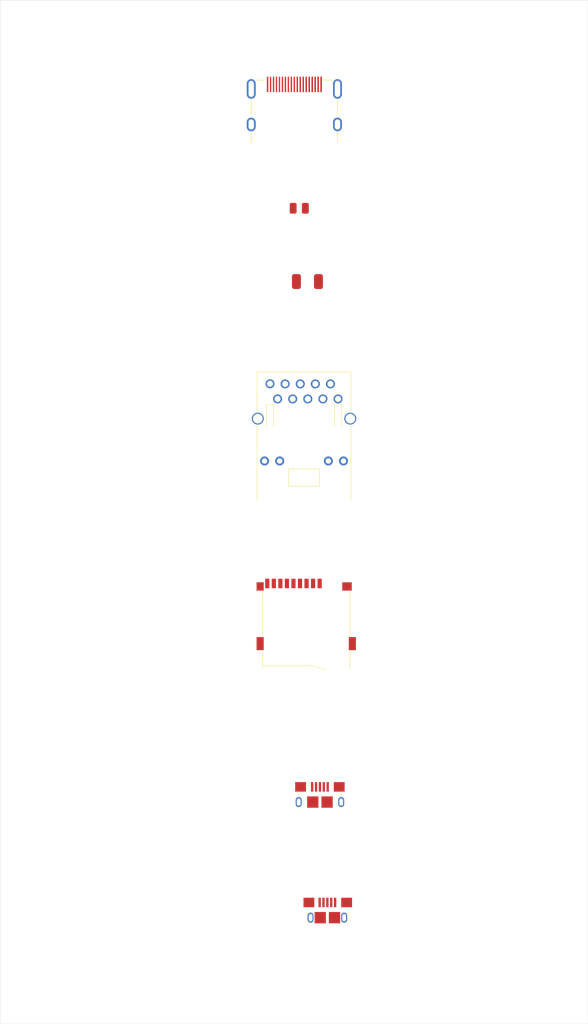
<source format=kicad_pcb>
(kicad_pcb (version 20240108) (generator "pcbnew") (generator_version "8.0")
  (layers (0 "F.Cu" signal) (31 "B.Cu" signal) (34 "B.Paste" user) (35 "F.Paste" user) (36 "B.SilkS" user "B.Silkscreen") (37 "F.SilkS" user "F.Silkscreen") (38 "B.Mask" user) (39 "F.Mask" user) (44 "Edge.Cuts" user))
  (net 0 "")
  (footprint "KiCAD_Randoms:U254-05XX-4BH81" (layer "F.Cu") (at 88.05 156.125)
    (property "Reference" "REF**" (hide yes))
    (property "Value" "U254-05XX-4BH81")
    (fp_line (start -2.275 1.5) (end -2.275 1) (stroke (width 0.12)) (layer "F.SilkS"))
    (fp_line (start -2.275 3.7) (end -2.275 3.6) (stroke (width 0.12)) (layer "F.SilkS"))
    (fp_line (start -0.85 -0.3) (end -0.4 -0.3) (stroke (width 0.12)) (layer "F.SilkS"))
    (fp_line (start 3 -0.3) (end 3.45 -0.3) (stroke (width 0.12)) (layer "F.SilkS"))
    (fp_line (start 4.875 1.5) (end 4.875 1) (stroke (width 0.12)) (layer "F.SilkS"))
    (fp_line (start 4.875 3.7) (end 4.875 3.6) (stroke (width 0.12)) (layer "F.SilkS"))
    (pad "" np_thru_hole circle (at -0.7 0.2) (size 0.4 0.4) (drill 0.4) (layers "F&B.Cu" "*.Mask"))
    (pad "" np_thru_hole circle (at 3.3 0.2) (size 0.4 0.4) (drill 0.4) (layers "F&B.Cu" "*.Mask"))
    (pad "1" smd rect (at 0 0) (size 0.4 1.6) (layers "F.Cu" "F.Paste" "F.Mask"))
    (pad "2" smd rect (at 0.65 0) (size 0.4 1.6) (layers "F.Cu" "F.Paste" "F.Mask"))
    (pad "3" smd rect (at 1.3 0) (size 0.4 1.6) (layers "F.Cu" "F.Paste" "F.Mask"))
    (pad "4" smd rect (at 1.95 0) (size 0.4 1.6) (layers "F.Cu" "F.Paste" "F.Mask"))
    (pad "5" smd rect (at 2.6 0) (size 0.4 1.6) (layers "F.Cu" "F.Paste" "F.Mask"))
    (pad "6" thru_hole oval (at -2.275 2.55) (size 1 1.7) (drill oval 0.6 1.2) (layers "*.Cu" "*.Mask"))
    (pad "6" smd rect (at -1.95 0) (size 1.82 1.6) (layers "F.Cu" "F.Paste" "F.Mask"))
    (pad "6" smd rect (at 0.1 2.55) (size 1.9 1.9) (layers "F.Cu" "F.Paste" "F.Mask"))
    (pad "6" smd rect (at 2.5 2.55) (size 1.9 1.9) (layers "F.Cu" "F.Paste" "F.Mask"))
    (pad "6" smd rect (at 4.54 0) (size 1.82 1.6) (layers "F.Cu" "F.Paste" "F.Mask"))
    (pad "6" thru_hole oval (at 4.875 2.55) (size 1 1.7) (drill oval 0.6 1.2) (layers "*.Cu" "*.Mask"))
  )
  (footprint "KiCAD_Randoms:L_FXL0412" (layer "F.Cu") (at 87.25 71.325)
    (property "Reference" "REF**" (hide yes))
    (property "Value" "L_FXL0412")
    (pad "1" smd roundrect (at -1.85 0) (size 1.5 2.5) (layers "F.Cu" "F.Paste" "F.Mask"))
    (pad "2" smd roundrect (at 1.85 0) (size 1.5 2.5) (layers "F.Cu" "F.Paste" "F.Mask"))
  )
  (footprint "KiCAD_Randoms:L_0806_2016Metric_Pad1.15x1.80mm_HandSolder" (layer "F.Cu") (at 85.875 59.025)
    (property "Reference" "REF**" (hide yes))
    (property "Value" "L_0806_2016Metric_Pad1.15x1.80mm_HandSolder")
    (fp_line (start -0.261252 -0.71) (end 0.261252 -0.71) (stroke (width 0.12)) (layer "F.SilkS"))
    (fp_line (start -0.261252 0.71) (end 0.261252 0.71) (stroke (width 0.12)) (layer "F.SilkS"))
    (pad "1" smd roundrect (at -1.025 0) (size 1.15 1.8) (layers "F.Cu" "F.Paste" "F.Mask") (roundrect_rratio 0.217391))
    (pad "2" smd roundrect (at 1.025 0) (size 1.15 1.8) (layers "F.Cu" "F.Paste" "F.Mask") (roundrect_rratio 0.217391))
  )
  (footprint "KiCAD_Randoms:TF-015" (layer "F.Cu") (at 87.05 121.9925)
    (property "Reference" "REF**" (hide yes))
    (property "Value" "TF-015")
    (fp_line (start -7.35 8.9) (end -7.35 1.3) (stroke (width 0.12)) (layer "F.SilkS"))
    (fp_line (start -7.35 13.8) (end 0 13.8) (stroke (width 0.12)) (layer "F.SilkS"))
    (fp_line (start -7.35 14.25) (end -7.35 11.4) (stroke (width 0.12)) (layer "F.SilkS"))
    (fp_line (start 7.35 8.8) (end 7.35 1.4) (stroke (width 0.12)) (layer "F.SilkS"))
    (fp_line (start 7.35 14.3) (end 7.35 11.4) (stroke (width 0.12)) (layer "F.SilkS"))
    (fp_arc (start 0 13.8) (mid 1.571389 13.947876) (end 3.049999 14.5) (stroke (width 0.12)) (layer "F.SilkS"))
    (pad "" np_thru_hole circle (at -4.95 10.5) (size 1 1) (drill 1) (layers "F&B.Cu" "*.Mask"))
    (pad "" np_thru_hole circle (at 3.05 10.5) (size 1 1) (drill 1) (layers "F&B.Cu" "*.Mask"))
    (pad "1" smd rect (at 2.25 0) (size 0.7 1.6) (layers "F.Cu" "F.Paste" "F.Mask"))
    (pad "2" smd rect (at 1.15 0) (size 0.7 1.6) (layers "F.Cu" "F.Paste" "F.Mask"))
    (pad "3" smd rect (at 0.05 0) (size 0.7 1.6) (layers "F.Cu" "F.Paste" "F.Mask"))
    (pad "4" smd rect (at -1.05 0) (size 0.7 1.6) (layers "F.Cu" "F.Paste" "F.Mask"))
    (pad "5" smd rect (at -2.15 0) (size 0.7 1.6) (layers "F.Cu" "F.Paste" "F.Mask"))
    (pad "6" smd rect (at -3.25 0) (size 0.7 1.6) (layers "F.Cu" "F.Paste" "F.Mask"))
    (pad "7" smd rect (at -4.35 0) (size 0.7 1.6) (layers "F.Cu" "F.Paste" "F.Mask"))
    (pad "8" smd rect (at -5.45 0) (size 0.7 1.6) (layers "F.Cu" "F.Paste" "F.Mask"))
    (pad "9" smd rect (at -6.55 0) (size 0.7 1.6) (layers "F.Cu" "F.Paste" "F.Mask"))
    (pad "10" smd rect (at -7.75 0.5) (size 1.2 1.4) (layers "F.Cu" "F.Paste" "F.Mask"))
    (pad "10" smd rect (at -7.75 10.1) (size 1.2 2.2) (layers "F.Cu" "F.Paste" "F.Mask"))
    (pad "10" smd rect (at 6.85 0.5) (size 1.6 1.4) (layers "F.Cu" "F.Paste" "F.Mask"))
    (pad "10" smd rect (at 7.75 10.1) (size 1.2 2.2) (layers "F.Cu" "F.Paste" "F.Mask"))
  )
  (footprint "KiCAD_Randoms:RB1-2S5BAK1A" (layer "F.Cu") (at 86.675 97.375)
    (property "Reference" "REF**" (hide yes))
    (property "Value" "RB1-2S5BAK1A")
    (fp_line (start -7.875 -10.89) (end 7.875 -10.89) (stroke (width 0.12)) (layer "F.SilkS"))
    (fp_line (start -7.875 -4.25) (end -7.875 -10.94) (stroke (width 0.12)) (layer "F.SilkS"))
    (fp_line (start -7.875 10.7) (end -7.875 -1.85) (stroke (width 0.12)) (layer "F.SilkS"))
    (fp_line (start -6.315 -5.4) (end -5.115 -5.4) (stroke (width 0.12)) (layer "F.SilkS"))
    (fp_line (start -6.315 -1.75) (end -6.315 -5.4) (stroke (width 0.12)) (layer "F.SilkS"))
    (fp_line (start -5.115 -5.4) (end -5.115 -1.75) (stroke (width 0.12)) (layer "F.SilkS"))
    (fp_line (start -2.6 5.4) (end 2.6 5.4) (stroke (width 0.12)) (layer "F.SilkS"))
    (fp_line (start -2.6 8.3) (end -2.6 5.4) (stroke (width 0.12)) (layer "F.SilkS"))
    (fp_line (start 2.6 5.4) (end 2.6 8.3) (stroke (width 0.12)) (layer "F.SilkS"))
    (fp_line (start 2.6 8.3) (end -2.6 8.3) (stroke (width 0.12)) (layer "F.SilkS"))
    (fp_line (start 5.115 -5.4) (end 6.315 -5.4) (stroke (width 0.12)) (layer "F.SilkS"))
    (fp_line (start 5.115 -1.75) (end 5.115 -5.4) (stroke (width 0.12)) (layer "F.SilkS"))
    (fp_line (start 6.315 -5.4) (end 6.315 -1.75) (stroke (width 0.12)) (layer "F.SilkS"))
    (fp_line (start 7.875 -4.25) (end 7.875 -10.89) (stroke (width 0.12)) (layer "F.SilkS"))
    (fp_line (start 7.875 10.7) (end 7.875 -1.85) (stroke (width 0.12)) (layer "F.SilkS"))
    (pad "" np_thru_hole circle (at -5.715 0) (size 3.25 3.25) (drill 3.25) (layers "F&B.Cu" "*.Mask"))
    (pad "" np_thru_hole circle (at 5.715 0) (size 3.25 3.25) (drill 3.25) (layers "F&B.Cu" "*.Mask"))
    (pad "L1" thru_hole circle (at 6.63 4.06) (size 1.524 1.524) (drill 0.9) (layers "*.Cu" "*.Mask"))
    (pad "L2" thru_hole circle (at 4.09 4.06) (size 1.524 1.524) (drill 0.9) (layers "*.Cu" "*.Mask"))
    (pad "L3" thru_hole circle (at -4.09 4.06) (size 1.524 1.524) (drill 0.9) (layers "*.Cu" "*.Mask"))
    (pad "L4" thru_hole circle (at -6.63 4.06) (size 1.524 1.524) (drill 0.9) (layers "*.Cu" "*.Mask"))
    (pad "R1" thru_hole circle (at -5.715 -8.89) (size 1.524 1.524) (drill 1) (layers "*.Cu" "*.Mask"))
    (pad "R2" thru_hole circle (at -4.445 -6.35) (size 1.524 1.524) (drill 1) (layers "*.Cu" "*.Mask"))
    (pad "R3" thru_hole circle (at -3.175 -8.87) (size 1.524 1.524) (drill 1) (layers "*.Cu" "*.Mask"))
    (pad "R4" thru_hole circle (at -1.905 -6.35) (size 1.524 1.524) (drill 1) (layers "*.Cu" "*.Mask"))
    (pad "R5" thru_hole circle (at -0.635 -8.87) (size 1.524 1.524) (drill 1) (layers "*.Cu" "*.Mask"))
    (pad "R6" thru_hole circle (at 0.635 -6.35) (size 1.524 1.524) (drill 1) (layers "*.Cu" "*.Mask"))
    (pad "R7" thru_hole circle (at 1.905 -8.87) (size 1.524 1.524) (drill 1) (layers "*.Cu" "*.Mask"))
    (pad "R8" thru_hole circle (at 3.175 -6.35) (size 1.524 1.524) (drill 1) (layers "*.Cu" "*.Mask"))
    (pad "R9" thru_hole circle (at 4.445 -8.87) (size 1.524 1.524) (drill 1) (layers "*.Cu" "*.Mask"))
    (pad "R10" thru_hole circle (at 5.715 -6.35) (size 1.524 1.524) (drill 1) (layers "*.Cu" "*.Mask"))
    (pad "SH" thru_hole circle (at -7.775 -3.05) (size 2 2) (drill 1.6) (layers "*.Cu" "*.Mask"))
    (pad "SH" thru_hole circle (at 7.775 -3.05) (size 2 2) (drill 1.6) (layers "*.Cu" "*.Mask"))
  )
  (footprint "KiCAD_Randoms:U254-05XX-4BH83" (layer "F.Cu") (at 89.3 175.525)
    (property "Reference" "REF**" (hide yes))
    (property "Value" "U254-05XX-4BH83")
    (fp_line (start -2.15 3.9) (end -2.15 0.85) (stroke (width 0.05)) (layer "F.SilkS"))
    (fp_line (start -0.95 -0.3) (end -0.25 -0.3) (stroke (width 0.05)) (layer "F.SilkS"))
    (fp_line (start 0.25 -0.3) (end 0.4 -0.3) (stroke (width 0.05)) (layer "F.SilkS"))
    (fp_line (start 0.9 -0.3) (end 1.05 -0.3) (stroke (width 0.05)) (layer "F.SilkS"))
    (fp_line (start 1.55 -0.3) (end 1.7 -0.3) (stroke (width 0.05)) (layer "F.SilkS"))
    (fp_line (start 2.2 -0.3) (end 2.35 -0.3) (stroke (width 0.05)) (layer "F.SilkS"))
    (fp_line (start 2.85 -0.3) (end 3.55 -0.3) (stroke (width 0.05)) (layer "F.SilkS"))
    (fp_line (start 4.75 3.9) (end 4.75 0.85) (stroke (width 0.05)) (layer "F.SilkS"))
    (pad "" np_thru_hole circle (at -0.7 0.2) (size 0.4 0.4) (drill 0.4) (layers "F&B.Cu" "*.Mask"))
    (pad "" np_thru_hole circle (at 3.3 0.2) (size 0.4 0.4) (drill 0.4) (layers "F&B.Cu" "*.Mask"))
    (pad "1" smd rect (at 0 0) (size 0.4 1.6) (layers "F.Cu" "F.Paste" "F.Mask"))
    (pad "2" smd rect (at 0.65 0) (size 0.4 1.6) (layers "F.Cu" "F.Paste" "F.Mask"))
    (pad "3" smd rect (at 1.3 0) (size 0.4 1.6) (layers "F.Cu" "F.Paste" "F.Mask"))
    (pad "4" smd rect (at 1.95 0) (size 0.4 1.6) (layers "F.Cu" "F.Paste" "F.Mask"))
    (pad "5" smd rect (at 2.6 0) (size 0.4 1.6) (layers "F.Cu" "F.Paste" "F.Mask"))
    (pad "6" smd rect (at -1.8 0) (size 1.82 1.6) (layers "F.Cu" "F.Paste" "F.Mask"))
    (pad "6" thru_hole oval (at -1.525 2.55) (size 1 1.7) (drill oval 0.6 1.2) (layers "*.Cu" "*.Mask"))
    (pad "6" smd rect (at 0.1 2.55) (size 1.9 1.9) (layers "F.Cu" "F.Paste" "F.Mask"))
    (pad "6" smd rect (at 2.5 2.55) (size 1.9 1.9) (layers "F.Cu" "F.Paste" "F.Mask"))
    (pad "6" thru_hole oval (at 4.125 2.55) (size 1 1.7) (drill oval 0.6 1.2) (layers "*.Cu" "*.Mask"))
    (pad "6" smd rect (at 4.54 0) (size 1.82 1.6) (layers "F.Cu" "F.Paste" "F.Mask"))
  )
  (footprint "KiCAD_Randoms:206A-SEAN-R03" (layer "F.Cu") (at 85.05 41.525)
    (property "Reference" "REF**" (hide yes))
    (property "Value" "206A-SEAN-R03")
    (fp_line (start -7.25 -0.6) (end -7.25 1.85) (stroke (width 0.15)) (layer "F.SilkS"))
    (fp_line (start -7.25 4.9) (end -7.25 6.5) (stroke (width 0.15)) (layer "F.SilkS"))
    (fp_line (start -6.3 -4) (end -4.9 -4) (stroke (width 0.15)) (layer "F.SilkS"))
    (fp_line (start 4.9 -4) (end 6.3 -4) (stroke (width 0.15)) (layer "F.SilkS"))
    (fp_line (start 7.25 -0.6) (end 7.25 1.85) (stroke (width 0.15)) (layer "F.SilkS"))
    (fp_line (start 7.25 4.9) (end 7.25 6.5) (stroke (width 0.15)) (layer "F.SilkS"))
    (pad "1" smd rect (at 4.5 -3.285 180) (size 0.25 2.6) (layers "F.Cu" "F.Paste" "F.Mask"))
    (pad "2" smd rect (at 4 -3.285 180) (size 0.25 2.6) (layers "F.Cu" "F.Paste" "F.Mask"))
    (pad "3" smd rect (at 3.5 -3.285 180) (size 0.25 2.6) (layers "F.Cu" "F.Paste" "F.Mask"))
    (pad "4" smd rect (at 3 -3.285 180) (size 0.25 2.6) (layers "F.Cu" "F.Paste" "F.Mask"))
    (pad "5" smd rect (at 2.5 -3.285 180) (size 0.25 2.6) (layers "F.Cu" "F.Paste" "F.Mask"))
    (pad "6" smd rect (at 2 -3.285 180) (size 0.25 2.6) (layers "F.Cu" "F.Paste" "F.Mask"))
    (pad "7" smd rect (at 1.5 -3.285 180) (size 0.25 2.6) (layers "F.Cu" "F.Paste" "F.Mask"))
    (pad "8" smd rect (at 1 -3.285 180) (size 0.25 2.6) (layers "F.Cu" "F.Paste" "F.Mask"))
    (pad "9" smd rect (at 0.5 -3.285 180) (size 0.25 2.6) (layers "F.Cu" "F.Paste" "F.Mask"))
    (pad "10" smd rect (at 0 -3.285 180) (size 0.25 2.6) (layers "F.Cu" "F.Paste" "F.Mask"))
    (pad "11" smd rect (at -0.5 -3.285 180) (size 0.25 2.6) (layers "F.Cu" "F.Paste" "F.Mask"))
    (pad "12" smd rect (at -1 -3.285 180) (size 0.25 2.6) (layers "F.Cu" "F.Paste" "F.Mask"))
    (pad "13" smd rect (at -1.5 -3.285 180) (size 0.25 2.6) (layers "F.Cu" "F.Paste" "F.Mask"))
    (pad "14" smd rect (at -2 -3.285 180) (size 0.25 2.6) (layers "F.Cu" "F.Paste" "F.Mask"))
    (pad "15" smd rect (at -2.5 -3.285 180) (size 0.25 2.6) (layers "F.Cu" "F.Paste" "F.Mask"))
    (pad "16" smd rect (at -3 -3.285 180) (size 0.25 2.6) (layers "F.Cu" "F.Paste" "F.Mask"))
    (pad "17" smd rect (at -3.5 -3.285 180) (size 0.25 2.6) (layers "F.Cu" "F.Paste" "F.Mask"))
    (pad "18" smd rect (at -4 -3.285 180) (size 0.25 2.6) (layers "F.Cu" "F.Paste" "F.Mask"))
    (pad "19" smd rect (at -4.5 -3.285 180) (size 0.25 2.6) (layers "F.Cu" "F.Paste" "F.Mask"))
    (pad "20" thru_hole oval (at -7.25 -2.525) (size 1.5 3.3) (drill oval 0.9 2.7) (layers "*.Cu" "*.Mask"))
    (pad "20" thru_hole oval (at -7.25 3.435) (size 1.5 2.3) (drill oval 0.9 1.7) (layers "*.Cu" "*.Mask"))
    (pad "20" thru_hole oval (at 7.25 -2.525) (size 1.5 3.3) (drill oval 0.9 2.7) (layers "*.Cu" "*.Mask"))
    (pad "20" thru_hole oval (at 7.25 3.435) (size 1.5 2.3) (drill oval 0.9 1.7) (layers "*.Cu" "*.Mask"))
  )
  (gr_rect (start 35.6 24.1) (end 134.4 195.9) (stroke (width 0.05)) (fill none) (layer "Edge.Cuts"))
)
</source>
